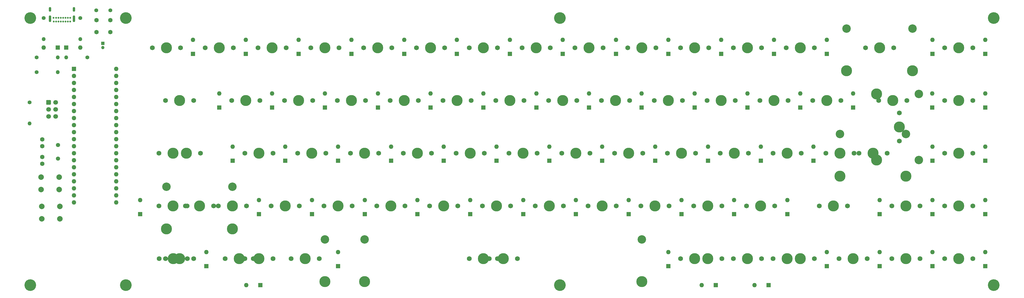
<source format=gts>
G04 #@! TF.GenerationSoftware,KiCad,Pcbnew,(5.1.9-0-10_14)*
G04 #@! TF.CreationDate,2021-01-15T16:46:18+00:00*
G04 #@! TF.ProjectId,Draytronics Jade,44726179-7472-46f6-9e69-6373204a6164,rev?*
G04 #@! TF.SameCoordinates,Original*
G04 #@! TF.FileFunction,Soldermask,Top*
G04 #@! TF.FilePolarity,Negative*
%FSLAX46Y46*%
G04 Gerber Fmt 4.6, Leading zero omitted, Abs format (unit mm)*
G04 Created by KiCad (PCBNEW (5.1.9-0-10_14)) date 2021-01-15 16:46:18*
%MOMM*%
%LPD*%
G01*
G04 APERTURE LIST*
%ADD10C,4.200000*%
%ADD11C,3.987800*%
%ADD12C,1.750000*%
%ADD13C,3.048000*%
%ADD14C,1.500000*%
%ADD15C,0.650000*%
%ADD16O,0.900000X2.400000*%
%ADD17O,0.900000X1.700000*%
%ADD18O,1.600000X1.600000*%
%ADD19R,1.600000X1.600000*%
%ADD20C,2.000000*%
%ADD21O,1.400000X1.400000*%
%ADD22C,1.400000*%
%ADD23C,1.700000*%
%ADD24C,1.600000*%
%ADD25C,1.200000*%
%ADD26R,1.200000X1.200000*%
G04 APERTURE END LIST*
D10*
X221500000Y-121920000D03*
X221500000Y-25400000D03*
X378000000Y-121920000D03*
X378000000Y-25400000D03*
X65000000Y-121920000D03*
X65000000Y-25400000D03*
X30480000Y-121920000D03*
X30480000Y-25400000D03*
D11*
X336804000Y-36195000D03*
D12*
X331724000Y-36195000D03*
X341884000Y-36195000D03*
D13*
X324897750Y-29210000D03*
X348710250Y-29210000D03*
D11*
X324897750Y-44450000D03*
X348710250Y-44450000D03*
X105854500Y-112395000D03*
D12*
X100774500Y-112395000D03*
X110934500Y-112395000D03*
D14*
X40513000Y-71320000D03*
X40513000Y-76200000D03*
D15*
X43185000Y-26674000D03*
X44885000Y-26674000D03*
X44035000Y-26674000D03*
X42335000Y-26674000D03*
X41485000Y-26674000D03*
X40635000Y-26674000D03*
X39785000Y-26674000D03*
X38935000Y-26674000D03*
X44885000Y-25349000D03*
X44030000Y-25349000D03*
X43180000Y-25349000D03*
X42330000Y-25349000D03*
X41480000Y-25349000D03*
X40630000Y-25349000D03*
X39780000Y-25349000D03*
X38930000Y-25349000D03*
D16*
X46235000Y-25694000D03*
X37585000Y-25694000D03*
D17*
X46235000Y-22314000D03*
X37585000Y-22314000D03*
D18*
X61468000Y-43815000D03*
X46228000Y-92075000D03*
X61468000Y-46355000D03*
X46228000Y-89535000D03*
X61468000Y-48895000D03*
X46228000Y-86995000D03*
X61468000Y-51435000D03*
X46228000Y-84455000D03*
X61468000Y-53975000D03*
X46228000Y-81915000D03*
X61468000Y-56515000D03*
X46228000Y-79375000D03*
X61468000Y-59055000D03*
X46228000Y-76835000D03*
X61468000Y-61595000D03*
X46228000Y-74295000D03*
X61468000Y-64135000D03*
X46228000Y-71755000D03*
X61468000Y-66675000D03*
X46228000Y-69215000D03*
X61468000Y-69215000D03*
X46228000Y-66675000D03*
X61468000Y-71755000D03*
X46228000Y-64135000D03*
X61468000Y-74295000D03*
X46228000Y-61595000D03*
X61468000Y-76835000D03*
X46228000Y-59055000D03*
X61468000Y-79375000D03*
X46228000Y-56515000D03*
X61468000Y-81915000D03*
X46228000Y-53975000D03*
X61468000Y-84455000D03*
X46228000Y-51435000D03*
X61468000Y-86995000D03*
X46228000Y-48895000D03*
X61468000Y-89535000D03*
X46228000Y-46355000D03*
X61468000Y-92075000D03*
D19*
X46228000Y-43815000D03*
D20*
X34394000Y-87376000D03*
X34394000Y-82876000D03*
X40894000Y-87376000D03*
X40894000Y-82876000D03*
D21*
X40386000Y-44958000D03*
D22*
X32766000Y-44958000D03*
D21*
X43434000Y-39624000D03*
D22*
X51054000Y-39624000D03*
D21*
X40386000Y-39624000D03*
D22*
X32766000Y-39624000D03*
X35306000Y-25400000D03*
D21*
X35306000Y-33020000D03*
X48514000Y-33020000D03*
D22*
X48514000Y-25400000D03*
D21*
X30226000Y-63500000D03*
D22*
X30226000Y-55880000D03*
D11*
X335691500Y-52832000D03*
X335691500Y-76708000D03*
D13*
X350931500Y-52832000D03*
X350931500Y-76708000D03*
D12*
X343946500Y-69850000D03*
X343946500Y-59690000D03*
D11*
X343946500Y-64770000D03*
X365379000Y-112395000D03*
D12*
X360299000Y-112395000D03*
X370459000Y-112395000D03*
D11*
X365379000Y-93345000D03*
D12*
X360299000Y-93345000D03*
X370459000Y-93345000D03*
D11*
X365379000Y-74295000D03*
D12*
X360299000Y-74295000D03*
X370459000Y-74295000D03*
D11*
X365379000Y-55245000D03*
D12*
X360299000Y-55245000D03*
X370459000Y-55245000D03*
D11*
X365379000Y-36195000D03*
D12*
X360299000Y-36195000D03*
X370459000Y-36195000D03*
D11*
X346329000Y-112395000D03*
D12*
X341249000Y-112395000D03*
X351409000Y-112395000D03*
D11*
X346329000Y-93345000D03*
D12*
X341249000Y-93345000D03*
X351409000Y-93345000D03*
D11*
X322516500Y-74295000D03*
D12*
X317436500Y-74295000D03*
X327596500Y-74295000D03*
D11*
X341566500Y-55245000D03*
D12*
X336486500Y-55245000D03*
X346646500Y-55245000D03*
D11*
X327279000Y-112395000D03*
D12*
X322199000Y-112395000D03*
X332359000Y-112395000D03*
D11*
X320135300Y-93345000D03*
D12*
X315055300Y-93345000D03*
X325215300Y-93345000D03*
D11*
X334424000Y-74295000D03*
D12*
X329344000Y-74295000D03*
X339504000Y-74295000D03*
D13*
X322517750Y-67310000D03*
X346330250Y-67310000D03*
D11*
X322517750Y-82550000D03*
X346330250Y-82550000D03*
X317754000Y-55245000D03*
D12*
X312674000Y-55245000D03*
X322834000Y-55245000D03*
D11*
X308229000Y-36195000D03*
D12*
X303149000Y-36195000D03*
X313309000Y-36195000D03*
D11*
X308229000Y-112395000D03*
D12*
X303149000Y-112395000D03*
X313309000Y-112395000D03*
D11*
X293941500Y-93345000D03*
D12*
X288861500Y-93345000D03*
X299021500Y-93345000D03*
D11*
X303466500Y-74295000D03*
D12*
X298386500Y-74295000D03*
X308546500Y-74295000D03*
D11*
X298704000Y-55245000D03*
D12*
X293624000Y-55245000D03*
X303784000Y-55245000D03*
D11*
X289179000Y-36195000D03*
D12*
X284099000Y-36195000D03*
X294259000Y-36195000D03*
D11*
X303466500Y-112395000D03*
D12*
X298386500Y-112395000D03*
X308546500Y-112395000D03*
D11*
X289179000Y-112395000D03*
D12*
X284099000Y-112395000D03*
X294259000Y-112395000D03*
D11*
X274891500Y-93345000D03*
D12*
X269811500Y-93345000D03*
X279971500Y-93345000D03*
D11*
X284416500Y-74295000D03*
D12*
X279336500Y-74295000D03*
X289496500Y-74295000D03*
D11*
X279654000Y-55245000D03*
D12*
X274574000Y-55245000D03*
X284734000Y-55245000D03*
D11*
X270129000Y-36195000D03*
D12*
X265049000Y-36195000D03*
X275209000Y-36195000D03*
D11*
X274891500Y-112395000D03*
D12*
X269811500Y-112395000D03*
X279971500Y-112395000D03*
D11*
X270129000Y-112395000D03*
D12*
X265049000Y-112395000D03*
X275209000Y-112395000D03*
D11*
X255841500Y-93345000D03*
D12*
X250761500Y-93345000D03*
X260921500Y-93345000D03*
D11*
X265366500Y-74295000D03*
D12*
X260286500Y-74295000D03*
X270446500Y-74295000D03*
D11*
X260604000Y-55245000D03*
D12*
X255524000Y-55245000D03*
X265684000Y-55245000D03*
D11*
X251079000Y-36195000D03*
D12*
X245999000Y-36195000D03*
X256159000Y-36195000D03*
D11*
X236791500Y-93345000D03*
D12*
X231711500Y-93345000D03*
X241871500Y-93345000D03*
D11*
X246316500Y-74295000D03*
D12*
X241236500Y-74295000D03*
X251396500Y-74295000D03*
D11*
X241554000Y-55245000D03*
D12*
X236474000Y-55245000D03*
X246634000Y-55245000D03*
D11*
X232029000Y-36195000D03*
D12*
X226949000Y-36195000D03*
X237109000Y-36195000D03*
D11*
X217741500Y-93345000D03*
D12*
X212661500Y-93345000D03*
X222821500Y-93345000D03*
D11*
X227266500Y-74295000D03*
D12*
X222186500Y-74295000D03*
X232346500Y-74295000D03*
D11*
X222504000Y-55245000D03*
D12*
X217424000Y-55245000D03*
X227584000Y-55245000D03*
D11*
X212979000Y-36195000D03*
D12*
X207899000Y-36195000D03*
X218059000Y-36195000D03*
D11*
X198691500Y-93345000D03*
D12*
X193611500Y-93345000D03*
X203771500Y-93345000D03*
D11*
X208216500Y-74295000D03*
D12*
X203136500Y-74295000D03*
X213296500Y-74295000D03*
D11*
X203454000Y-55245000D03*
D12*
X198374000Y-55245000D03*
X208534000Y-55245000D03*
D11*
X193929000Y-36195000D03*
D12*
X188849000Y-36195000D03*
X199009000Y-36195000D03*
D11*
X193929000Y-112395000D03*
D12*
X188849000Y-112395000D03*
X199009000Y-112395000D03*
D13*
X136779000Y-105410000D03*
X251079000Y-105410000D03*
D11*
X136779000Y-120650000D03*
X251079000Y-120650000D03*
X201104500Y-112395000D03*
D12*
X196024500Y-112395000D03*
X206184500Y-112395000D03*
D13*
X151104600Y-105410000D03*
X251104400Y-105410000D03*
D11*
X151104600Y-120650000D03*
X251104400Y-120650000D03*
X179641500Y-93345000D03*
D12*
X174561500Y-93345000D03*
X184721500Y-93345000D03*
D11*
X189166500Y-74295000D03*
D12*
X184086500Y-74295000D03*
X194246500Y-74295000D03*
D11*
X184404000Y-55245000D03*
D12*
X179324000Y-55245000D03*
X189484000Y-55245000D03*
D11*
X174879000Y-36195000D03*
D12*
X169799000Y-36195000D03*
X179959000Y-36195000D03*
D11*
X160591500Y-93345000D03*
D12*
X155511500Y-93345000D03*
X165671500Y-93345000D03*
D11*
X170116500Y-74295000D03*
D12*
X165036500Y-74295000D03*
X175196500Y-74295000D03*
D11*
X165354000Y-55245000D03*
D12*
X160274000Y-55245000D03*
X170434000Y-55245000D03*
D11*
X155829000Y-36195000D03*
D12*
X150749000Y-36195000D03*
X160909000Y-36195000D03*
D11*
X141541500Y-93345000D03*
D12*
X136461500Y-93345000D03*
X146621500Y-93345000D03*
D11*
X151066500Y-74295000D03*
D12*
X145986500Y-74295000D03*
X156146500Y-74295000D03*
D11*
X146304000Y-55245000D03*
D12*
X141224000Y-55245000D03*
X151384000Y-55245000D03*
D11*
X136779000Y-36195000D03*
D12*
X131699000Y-36195000D03*
X141859000Y-36195000D03*
D11*
X112966500Y-112395000D03*
D12*
X107886500Y-112395000D03*
X118046500Y-112395000D03*
D11*
X129667000Y-112395000D03*
D12*
X124587000Y-112395000D03*
X134747000Y-112395000D03*
D11*
X122491500Y-93345000D03*
D12*
X117411500Y-93345000D03*
X127571500Y-93345000D03*
D11*
X132016500Y-74295000D03*
D12*
X126936500Y-74295000D03*
X137096500Y-74295000D03*
D11*
X127254000Y-55245000D03*
D12*
X122174000Y-55245000D03*
X132334000Y-55245000D03*
D11*
X117729000Y-36195000D03*
D12*
X112649000Y-36195000D03*
X122809000Y-36195000D03*
D11*
X103441500Y-93345000D03*
D12*
X98361500Y-93345000D03*
X108521500Y-93345000D03*
D11*
X112966500Y-74295000D03*
D12*
X107886500Y-74295000D03*
X118046500Y-74295000D03*
D11*
X108204000Y-55245000D03*
D12*
X103124000Y-55245000D03*
X113284000Y-55245000D03*
D11*
X98679000Y-36195000D03*
D12*
X93599000Y-36195000D03*
X103759000Y-36195000D03*
D11*
X84391500Y-112395000D03*
D12*
X79311500Y-112395000D03*
X89471500Y-112395000D03*
D11*
X82042000Y-112395000D03*
D12*
X76962000Y-112395000D03*
X87122000Y-112395000D03*
D11*
X91535300Y-93345000D03*
D12*
X86455300Y-93345000D03*
X96615300Y-93345000D03*
D13*
X79629050Y-86360000D03*
X103441550Y-86360000D03*
D11*
X79629050Y-101600000D03*
X103441550Y-101600000D03*
X86773800Y-74295000D03*
D12*
X81693800Y-74295000D03*
X91853800Y-74295000D03*
D11*
X84391500Y-55245000D03*
D12*
X79311500Y-55245000D03*
X89471500Y-55245000D03*
D11*
X79629000Y-36195000D03*
D12*
X74549000Y-36195000D03*
X84709000Y-36195000D03*
D11*
X82010300Y-93345000D03*
D12*
X76930300Y-93345000D03*
X87090300Y-93345000D03*
D11*
X82011000Y-74295000D03*
D12*
X76931000Y-74295000D03*
X87091000Y-74295000D03*
D23*
X39624000Y-60960000D03*
X39624000Y-58420000D03*
X39624000Y-55880000D03*
X37084000Y-60960000D03*
X37084000Y-58420000D03*
G36*
G01*
X36234000Y-56480000D02*
X36234000Y-55280000D01*
G75*
G02*
X36484000Y-55030000I250000J0D01*
G01*
X37684000Y-55030000D01*
G75*
G02*
X37934000Y-55280000I0J-250000D01*
G01*
X37934000Y-56480000D01*
G75*
G02*
X37684000Y-56730000I-250000J0D01*
G01*
X36484000Y-56730000D01*
G75*
G02*
X36234000Y-56480000I0J250000D01*
G01*
G37*
D22*
X59382500Y-22606000D03*
X54282500Y-22606000D03*
D18*
X374967500Y-109982000D03*
D19*
X374967500Y-115062000D03*
D18*
X374904000Y-91186000D03*
D19*
X374904000Y-96266000D03*
D18*
X374967500Y-71882000D03*
D19*
X374967500Y-76962000D03*
D18*
X374904000Y-52641500D03*
D19*
X374904000Y-57721500D03*
D18*
X374904000Y-33274000D03*
D19*
X374904000Y-38354000D03*
D18*
X355917500Y-109982000D03*
D19*
X355917500Y-115062000D03*
D18*
X355854000Y-91186000D03*
D19*
X355854000Y-96266000D03*
D18*
X355854000Y-71882000D03*
D19*
X355854000Y-76962000D03*
D18*
X355790500Y-52641500D03*
D19*
X355790500Y-57721500D03*
D18*
X355854000Y-33274000D03*
D19*
X355854000Y-38354000D03*
D18*
X336804000Y-109982000D03*
D19*
X336804000Y-115062000D03*
D18*
X336867500Y-91186000D03*
D19*
X336867500Y-96266000D03*
D18*
X327279000Y-52641500D03*
D19*
X327279000Y-57721500D03*
D18*
X317754000Y-33274000D03*
D19*
X317754000Y-38354000D03*
D18*
X317754000Y-109982000D03*
D19*
X317754000Y-115062000D03*
D18*
X303593500Y-91186000D03*
D19*
X303593500Y-96266000D03*
D18*
X312991500Y-71882000D03*
D19*
X312991500Y-76962000D03*
D18*
X308229000Y-52641500D03*
D19*
X308229000Y-57721500D03*
D18*
X298704000Y-33274000D03*
D19*
X298704000Y-38354000D03*
D18*
X291719000Y-121920000D03*
D19*
X296799000Y-121920000D03*
D18*
X284353000Y-91186000D03*
D19*
X284353000Y-96266000D03*
D18*
X294005000Y-71882000D03*
D19*
X294005000Y-76962000D03*
D18*
X289179000Y-52641500D03*
D19*
X289179000Y-57721500D03*
D18*
X279654000Y-33274000D03*
D19*
X279654000Y-38354000D03*
D18*
X272669000Y-121920000D03*
D19*
X277749000Y-121920000D03*
D18*
X265366500Y-91186000D03*
D19*
X265366500Y-96266000D03*
D18*
X274955000Y-71882000D03*
D19*
X274955000Y-76962000D03*
D18*
X270129000Y-52641500D03*
D19*
X270129000Y-57721500D03*
D18*
X260604000Y-33274000D03*
D19*
X260604000Y-38354000D03*
D18*
X246316500Y-91186000D03*
D19*
X246316500Y-96266000D03*
D18*
X255905000Y-71882000D03*
D19*
X255905000Y-76962000D03*
D18*
X251015500Y-52641500D03*
D19*
X251015500Y-57721500D03*
D18*
X241744500Y-33274000D03*
D19*
X241744500Y-38354000D03*
D18*
X227266500Y-91186000D03*
D19*
X227266500Y-96266000D03*
D18*
X236728000Y-71882000D03*
D19*
X236728000Y-76962000D03*
D18*
X232029000Y-52641500D03*
D19*
X232029000Y-57721500D03*
D18*
X222504000Y-33274000D03*
D19*
X222504000Y-38354000D03*
D18*
X208280000Y-91186000D03*
D19*
X208280000Y-96266000D03*
D18*
X217741500Y-71882000D03*
D19*
X217741500Y-76962000D03*
D18*
X213042500Y-52641500D03*
D19*
X213042500Y-57721500D03*
D18*
X203454000Y-33274000D03*
D19*
X203454000Y-38354000D03*
D18*
X260604000Y-109982000D03*
D19*
X260604000Y-115062000D03*
D18*
X189166500Y-91186000D03*
D19*
X189166500Y-96266000D03*
D18*
X198628000Y-71882000D03*
D19*
X198628000Y-76962000D03*
D18*
X193929000Y-52641500D03*
D19*
X193929000Y-57721500D03*
D18*
X184340500Y-33274000D03*
D19*
X184340500Y-38354000D03*
D18*
X170116500Y-91186000D03*
D19*
X170116500Y-96266000D03*
D18*
X179578000Y-71882000D03*
D19*
X179578000Y-76962000D03*
D18*
X174879000Y-52641500D03*
D19*
X174879000Y-57721500D03*
D18*
X165354000Y-33274000D03*
D19*
X165354000Y-38354000D03*
D18*
X151130000Y-91186000D03*
D19*
X151130000Y-96266000D03*
D18*
X160655000Y-71882000D03*
D19*
X160655000Y-76962000D03*
D18*
X155892500Y-52641500D03*
D19*
X155892500Y-57721500D03*
D18*
X146304000Y-33274000D03*
D19*
X146304000Y-38354000D03*
D18*
X141541500Y-109982000D03*
D19*
X141541500Y-115062000D03*
D18*
X132080000Y-91186000D03*
D19*
X132080000Y-96266000D03*
D18*
X141541500Y-71882000D03*
D19*
X141541500Y-76962000D03*
D18*
X136779000Y-52641500D03*
D19*
X136779000Y-57721500D03*
D18*
X127317500Y-33274000D03*
D19*
X127317500Y-38354000D03*
D18*
X108394500Y-121920000D03*
D19*
X113474500Y-121920000D03*
D18*
X112966500Y-91186000D03*
D19*
X112966500Y-96266000D03*
D18*
X122491500Y-71882000D03*
D19*
X122491500Y-76962000D03*
D18*
X117729000Y-52641500D03*
D19*
X117729000Y-57721500D03*
D18*
X108204000Y-33274000D03*
D19*
X108204000Y-38354000D03*
D18*
X93980000Y-109982000D03*
D19*
X93980000Y-115062000D03*
D18*
X70104000Y-91186000D03*
D19*
X70104000Y-96266000D03*
D18*
X103505000Y-71882000D03*
D19*
X103505000Y-76962000D03*
D18*
X98679000Y-52641500D03*
D19*
X98679000Y-57721500D03*
D18*
X89154000Y-33274000D03*
D19*
X89154000Y-38354000D03*
D18*
X35306000Y-36068000D03*
D19*
X40386000Y-36068000D03*
D18*
X48514000Y-36068000D03*
D19*
X43434000Y-36068000D03*
D24*
X59356000Y-26162000D03*
X54356000Y-26162000D03*
X59356000Y-30480000D03*
X54356000Y-30480000D03*
D25*
X56642000Y-36044000D03*
D26*
X56642000Y-34544000D03*
D24*
X34798000Y-75605000D03*
X34798000Y-78105000D03*
X34798000Y-69255000D03*
X34798000Y-71755000D03*
D20*
X34648000Y-97972000D03*
X34648000Y-93472000D03*
X41148000Y-97972000D03*
X41148000Y-93472000D03*
M02*

</source>
